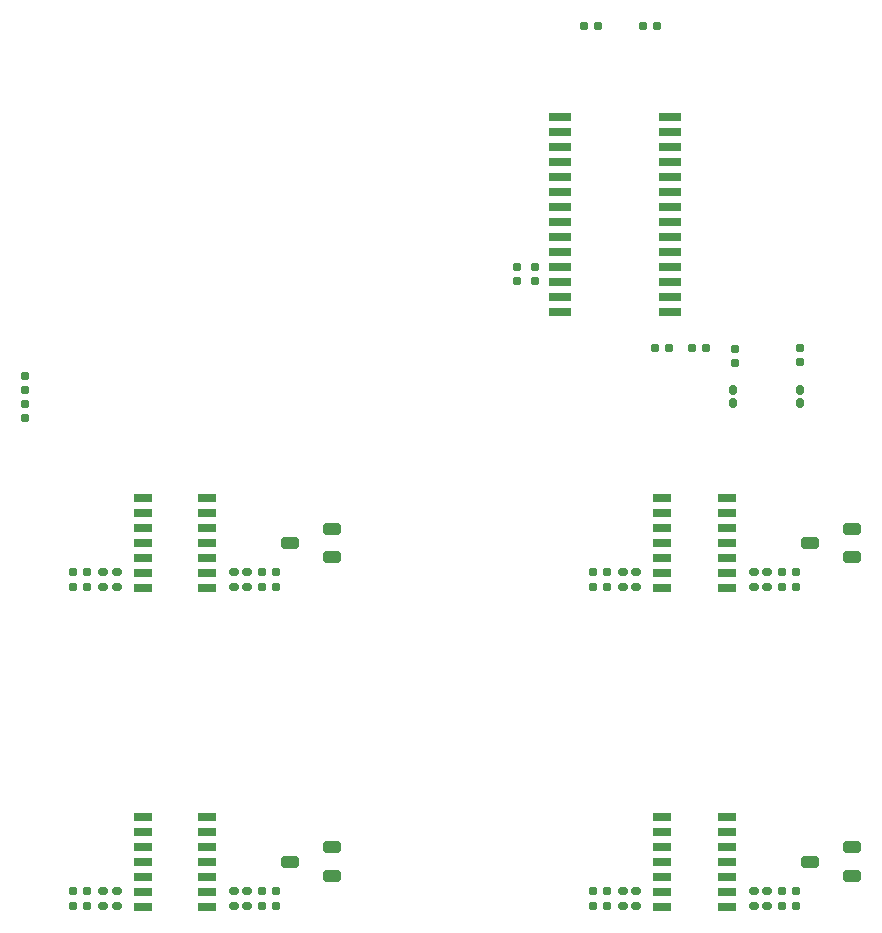
<source format=gbr>
%TF.GenerationSoftware,KiCad,Pcbnew,8.0.2*%
%TF.CreationDate,2024-05-05T14:43:23+02:00*%
%TF.ProjectId,Panelizacja 1,50616e65-6c69-47a6-9163-6a6120312e6b,rev?*%
%TF.SameCoordinates,Original*%
%TF.FileFunction,Paste,Top*%
%TF.FilePolarity,Positive*%
%FSLAX46Y46*%
G04 Gerber Fmt 4.6, Leading zero omitted, Abs format (unit mm)*
G04 Created by KiCad (PCBNEW 8.0.2) date 2024-05-05 14:43:23*
%MOMM*%
%LPD*%
G01*
G04 APERTURE LIST*
G04 Aperture macros list*
%AMRoundRect*
0 Rectangle with rounded corners*
0 $1 Rounding radius*
0 $2 $3 $4 $5 $6 $7 $8 $9 X,Y pos of 4 corners*
0 Add a 4 corners polygon primitive as box body*
4,1,4,$2,$3,$4,$5,$6,$7,$8,$9,$2,$3,0*
0 Add four circle primitives for the rounded corners*
1,1,$1+$1,$2,$3*
1,1,$1+$1,$4,$5*
1,1,$1+$1,$6,$7*
1,1,$1+$1,$8,$9*
0 Add four rect primitives between the rounded corners*
20,1,$1+$1,$2,$3,$4,$5,0*
20,1,$1+$1,$4,$5,$6,$7,0*
20,1,$1+$1,$6,$7,$8,$9,0*
20,1,$1+$1,$8,$9,$2,$3,0*%
G04 Aperture macros list end*
%ADD10RoundRect,0.155000X-0.155000X0.212500X-0.155000X-0.212500X0.155000X-0.212500X0.155000X0.212500X0*%
%ADD11RoundRect,0.155000X0.212500X0.155000X-0.212500X0.155000X-0.212500X-0.155000X0.212500X-0.155000X0*%
%ADD12RoundRect,0.160000X0.160000X-0.222500X0.160000X0.222500X-0.160000X0.222500X-0.160000X-0.222500X0*%
%ADD13RoundRect,0.160000X-0.197500X-0.160000X0.197500X-0.160000X0.197500X0.160000X-0.197500X0.160000X0*%
%ADD14R,1.850000X0.650000*%
%ADD15RoundRect,0.160000X-0.160000X0.197500X-0.160000X-0.197500X0.160000X-0.197500X0.160000X0.197500X0*%
%ADD16RoundRect,0.160000X0.197500X0.160000X-0.197500X0.160000X-0.197500X-0.160000X0.197500X-0.160000X0*%
%ADD17RoundRect,0.250000X0.500000X0.250000X-0.500000X0.250000X-0.500000X-0.250000X0.500000X-0.250000X0*%
%ADD18RoundRect,0.160000X0.222500X0.160000X-0.222500X0.160000X-0.222500X-0.160000X0.222500X-0.160000X0*%
%ADD19RoundRect,0.160000X-0.222500X-0.160000X0.222500X-0.160000X0.222500X0.160000X-0.222500X0.160000X0*%
%ADD20R,1.525000X0.700000*%
G04 APERTURE END LIST*
D10*
%TO.C,C2*%
X66000000Y-48682500D03*
X66000000Y-49817500D03*
%TD*%
D11*
%TO.C,C1*%
X72817500Y-28250000D03*
X71682500Y-28250000D03*
%TD*%
D12*
%TO.C,D1*%
X84300000Y-60172500D03*
X84300000Y-59027500D03*
%TD*%
D13*
%TO.C,R2*%
X80805000Y-55500000D03*
X82000000Y-55500000D03*
%TD*%
D10*
%TO.C,C3*%
X67500000Y-48682500D03*
X67500000Y-49817500D03*
%TD*%
D14*
%TO.C,IC1*%
X69575000Y-35995000D03*
X69575000Y-37265000D03*
X69575000Y-38535000D03*
X69575000Y-39805000D03*
X69575000Y-41075000D03*
X69575000Y-42345000D03*
X69575000Y-43615000D03*
X69575000Y-44885000D03*
X69575000Y-46155000D03*
X69575000Y-47425000D03*
X69575000Y-48695000D03*
X69575000Y-49965000D03*
X69575000Y-51235000D03*
X69575000Y-52505000D03*
X78925000Y-52505000D03*
X78925000Y-51235000D03*
X78925000Y-49965000D03*
X78925000Y-48695000D03*
X78925000Y-47425000D03*
X78925000Y-46155000D03*
X78925000Y-44885000D03*
X78925000Y-43615000D03*
X78925000Y-42345000D03*
X78925000Y-41075000D03*
X78925000Y-39805000D03*
X78925000Y-38535000D03*
X78925000Y-37265000D03*
X78925000Y-35995000D03*
%TD*%
D13*
%TO.C,R1*%
X77652500Y-55500000D03*
X78847500Y-55500000D03*
%TD*%
D15*
%TO.C,R4*%
X84400000Y-55602500D03*
X84400000Y-56797500D03*
%TD*%
D12*
%TO.C,D2*%
X89900000Y-60172500D03*
X89900000Y-59027500D03*
%TD*%
D16*
%TO.C,R3*%
X77847500Y-28250000D03*
X76652500Y-28250000D03*
%TD*%
D15*
%TO.C,R5*%
X89900000Y-55502500D03*
X89900000Y-56697500D03*
%TD*%
D17*
%TO.C,RV1*%
X50350000Y-73200000D03*
X46750000Y-72000000D03*
X50350000Y-70800000D03*
%TD*%
D18*
%TO.C,D1*%
X32072500Y-75750000D03*
X30927500Y-75750000D03*
%TD*%
D17*
%TO.C,RV1*%
X50350000Y-100200000D03*
X46750000Y-99000000D03*
X50350000Y-97800000D03*
%TD*%
D10*
%TO.C,C4*%
X24300000Y-60265000D03*
X24300000Y-61400000D03*
%TD*%
D15*
%TO.C,R35*%
X24300000Y-57902500D03*
X24300000Y-59097500D03*
%TD*%
D19*
%TO.C,D4*%
X42000000Y-102750000D03*
X43145000Y-102750000D03*
%TD*%
D18*
%TO.C,D2*%
X76072500Y-101500000D03*
X74927500Y-101500000D03*
%TD*%
D16*
%TO.C,R7*%
X89597500Y-102750000D03*
X88402500Y-102750000D03*
%TD*%
%TO.C,R6*%
X45597500Y-101500000D03*
X44402500Y-101500000D03*
%TD*%
%TO.C,R6*%
X89597500Y-101500000D03*
X88402500Y-101500000D03*
%TD*%
D17*
%TO.C,RV1*%
X94350000Y-73200000D03*
X90750000Y-72000000D03*
X94350000Y-70800000D03*
%TD*%
D18*
%TO.C,D2*%
X32072500Y-101500000D03*
X30927500Y-101500000D03*
%TD*%
D19*
%TO.C,D3*%
X86000000Y-101500000D03*
X87145000Y-101500000D03*
%TD*%
D16*
%TO.C,R7*%
X45597500Y-102750000D03*
X44402500Y-102750000D03*
%TD*%
%TO.C,R6*%
X45597500Y-74500000D03*
X44402500Y-74500000D03*
%TD*%
D20*
%TO.C,U1*%
X39712000Y-75810000D03*
X39712000Y-74540000D03*
X39712000Y-73270000D03*
X39712000Y-72000000D03*
X39712000Y-70730000D03*
X39712000Y-69460000D03*
X39712000Y-68190000D03*
X34288000Y-68190000D03*
X34288000Y-69460000D03*
X34288000Y-70730000D03*
X34288000Y-72000000D03*
X34288000Y-73270000D03*
X34288000Y-74540000D03*
X34288000Y-75810000D03*
%TD*%
D18*
%TO.C,D2*%
X76072500Y-74500000D03*
X74927500Y-74500000D03*
%TD*%
D16*
%TO.C,R7*%
X89597500Y-75750000D03*
X88402500Y-75750000D03*
%TD*%
D13*
%TO.C,R12*%
X72402500Y-75750000D03*
X73597500Y-75750000D03*
%TD*%
D19*
%TO.C,D3*%
X42000000Y-101500000D03*
X43145000Y-101500000D03*
%TD*%
D18*
%TO.C,D1*%
X32072500Y-102750000D03*
X30927500Y-102750000D03*
%TD*%
D13*
%TO.C,R1*%
X28402500Y-101500000D03*
X29597500Y-101500000D03*
%TD*%
%TO.C,R12*%
X28402500Y-75750000D03*
X29597500Y-75750000D03*
%TD*%
D18*
%TO.C,D2*%
X32072500Y-74500000D03*
X30927500Y-74500000D03*
%TD*%
%TO.C,D1*%
X76072500Y-75750000D03*
X74927500Y-75750000D03*
%TD*%
D13*
%TO.C,R1*%
X72402500Y-101500000D03*
X73597500Y-101500000D03*
%TD*%
D17*
%TO.C,RV1*%
X94350000Y-100200000D03*
X90750000Y-99000000D03*
X94350000Y-97800000D03*
%TD*%
D19*
%TO.C,D4*%
X86000000Y-75750000D03*
X87145000Y-75750000D03*
%TD*%
D20*
%TO.C,U1*%
X83712000Y-102810000D03*
X83712000Y-101540000D03*
X83712000Y-100270000D03*
X83712000Y-99000000D03*
X83712000Y-97730000D03*
X83712000Y-96460000D03*
X83712000Y-95190000D03*
X78288000Y-95190000D03*
X78288000Y-96460000D03*
X78288000Y-97730000D03*
X78288000Y-99000000D03*
X78288000Y-100270000D03*
X78288000Y-101540000D03*
X78288000Y-102810000D03*
%TD*%
D13*
%TO.C,R1*%
X72402500Y-74500000D03*
X73597500Y-74500000D03*
%TD*%
D19*
%TO.C,D3*%
X42000000Y-74500000D03*
X43145000Y-74500000D03*
%TD*%
D13*
%TO.C,R12*%
X72402500Y-102750000D03*
X73597500Y-102750000D03*
%TD*%
D19*
%TO.C,D3*%
X86000000Y-74500000D03*
X87145000Y-74500000D03*
%TD*%
D13*
%TO.C,R12*%
X28402500Y-102750000D03*
X29597500Y-102750000D03*
%TD*%
%TO.C,R1*%
X28402500Y-74500000D03*
X29597500Y-74500000D03*
%TD*%
D19*
%TO.C,D4*%
X86000000Y-102750000D03*
X87145000Y-102750000D03*
%TD*%
D16*
%TO.C,R7*%
X45597500Y-75750000D03*
X44402500Y-75750000D03*
%TD*%
D19*
%TO.C,D4*%
X42000000Y-75750000D03*
X43145000Y-75750000D03*
%TD*%
D20*
%TO.C,U1*%
X83712000Y-75810000D03*
X83712000Y-74540000D03*
X83712000Y-73270000D03*
X83712000Y-72000000D03*
X83712000Y-70730000D03*
X83712000Y-69460000D03*
X83712000Y-68190000D03*
X78288000Y-68190000D03*
X78288000Y-69460000D03*
X78288000Y-70730000D03*
X78288000Y-72000000D03*
X78288000Y-73270000D03*
X78288000Y-74540000D03*
X78288000Y-75810000D03*
%TD*%
D18*
%TO.C,D1*%
X76072500Y-102750000D03*
X74927500Y-102750000D03*
%TD*%
D16*
%TO.C,R6*%
X89597500Y-74500000D03*
X88402500Y-74500000D03*
%TD*%
D20*
%TO.C,U1*%
X39712000Y-102810000D03*
X39712000Y-101540000D03*
X39712000Y-100270000D03*
X39712000Y-99000000D03*
X39712000Y-97730000D03*
X39712000Y-96460000D03*
X39712000Y-95190000D03*
X34288000Y-95190000D03*
X34288000Y-96460000D03*
X34288000Y-97730000D03*
X34288000Y-99000000D03*
X34288000Y-100270000D03*
X34288000Y-101540000D03*
X34288000Y-102810000D03*
%TD*%
M02*

</source>
